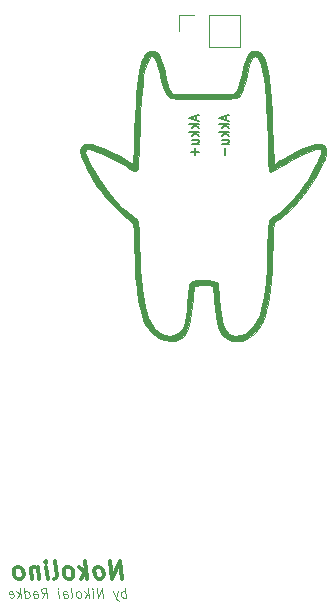
<source format=gbr>
G04 #@! TF.GenerationSoftware,KiCad,Pcbnew,5.1.5-52549c5~84~ubuntu18.04.1*
G04 #@! TF.CreationDate,2020-01-01T22:03:35+01:00*
G04 #@! TF.ProjectId,NOKOlino,4e4f4b4f-6c69-46e6-9f2e-6b696361645f,3.0*
G04 #@! TF.SameCoordinates,Original*
G04 #@! TF.FileFunction,Legend,Bot*
G04 #@! TF.FilePolarity,Positive*
%FSLAX46Y46*%
G04 Gerber Fmt 4.6, Leading zero omitted, Abs format (unit mm)*
G04 Created by KiCad (PCBNEW 5.1.5-52549c5~84~ubuntu18.04.1) date 2020-01-01 22:03:35*
%MOMM*%
%LPD*%
G04 APERTURE LIST*
%ADD10C,0.100000*%
%ADD11C,0.300000*%
%ADD12C,0.200000*%
%ADD13C,0.120000*%
%ADD14C,0.010000*%
G04 APERTURE END LIST*
D10*
X164411696Y-139426904D02*
X164311696Y-138626904D01*
X164349791Y-138931666D02*
X164268839Y-138893571D01*
X164116458Y-138893571D01*
X164045029Y-138931666D01*
X164011696Y-138969761D01*
X163983125Y-139045952D01*
X164011696Y-139274523D01*
X164059315Y-139350714D01*
X164102172Y-139388809D01*
X164183125Y-139426904D01*
X164335505Y-139426904D01*
X164406934Y-139388809D01*
X163697410Y-138893571D02*
X163573601Y-139426904D01*
X163316458Y-138893571D02*
X163573601Y-139426904D01*
X163673601Y-139617380D01*
X163716458Y-139655476D01*
X163797410Y-139693571D01*
X162468839Y-139426904D02*
X162368839Y-138626904D01*
X162011696Y-139426904D01*
X161911696Y-138626904D01*
X161630744Y-139426904D02*
X161564077Y-138893571D01*
X161530744Y-138626904D02*
X161573601Y-138665000D01*
X161540267Y-138703095D01*
X161497410Y-138665000D01*
X161530744Y-138626904D01*
X161540267Y-138703095D01*
X161249791Y-139426904D02*
X161149791Y-138626904D01*
X161135505Y-139122142D02*
X160945029Y-139426904D01*
X160878363Y-138893571D02*
X161221220Y-139198333D01*
X160487886Y-139426904D02*
X160559315Y-139388809D01*
X160592648Y-139350714D01*
X160621220Y-139274523D01*
X160592648Y-139045952D01*
X160545029Y-138969761D01*
X160502172Y-138931666D01*
X160421220Y-138893571D01*
X160306934Y-138893571D01*
X160235505Y-138931666D01*
X160202172Y-138969761D01*
X160173601Y-139045952D01*
X160202172Y-139274523D01*
X160249791Y-139350714D01*
X160292648Y-139388809D01*
X160373601Y-139426904D01*
X160487886Y-139426904D01*
X159764077Y-139426904D02*
X159835505Y-139388809D01*
X159864077Y-139312619D01*
X159778363Y-138626904D01*
X159116458Y-139426904D02*
X159064077Y-139007857D01*
X159092648Y-138931666D01*
X159164077Y-138893571D01*
X159316458Y-138893571D01*
X159397410Y-138931666D01*
X159111696Y-139388809D02*
X159192648Y-139426904D01*
X159383125Y-139426904D01*
X159454553Y-139388809D01*
X159483125Y-139312619D01*
X159473601Y-139236428D01*
X159425982Y-139160238D01*
X159345029Y-139122142D01*
X159154553Y-139122142D01*
X159073601Y-139084047D01*
X158735505Y-139426904D02*
X158668839Y-138893571D01*
X158635505Y-138626904D02*
X158678363Y-138665000D01*
X158645029Y-138703095D01*
X158602172Y-138665000D01*
X158635505Y-138626904D01*
X158645029Y-138703095D01*
X157287886Y-139426904D02*
X157506934Y-139045952D01*
X157745029Y-139426904D02*
X157645029Y-138626904D01*
X157340267Y-138626904D01*
X157268839Y-138665000D01*
X157235505Y-138703095D01*
X157206934Y-138779285D01*
X157221220Y-138893571D01*
X157268839Y-138969761D01*
X157311696Y-139007857D01*
X157392648Y-139045952D01*
X157697410Y-139045952D01*
X156602172Y-139426904D02*
X156549791Y-139007857D01*
X156578363Y-138931666D01*
X156649791Y-138893571D01*
X156802172Y-138893571D01*
X156883125Y-138931666D01*
X156597410Y-139388809D02*
X156678363Y-139426904D01*
X156868839Y-139426904D01*
X156940267Y-139388809D01*
X156968839Y-139312619D01*
X156959315Y-139236428D01*
X156911696Y-139160238D01*
X156830744Y-139122142D01*
X156640267Y-139122142D01*
X156559315Y-139084047D01*
X155878363Y-139426904D02*
X155778363Y-138626904D01*
X155873601Y-139388809D02*
X155954553Y-139426904D01*
X156106934Y-139426904D01*
X156178363Y-139388809D01*
X156211696Y-139350714D01*
X156240267Y-139274523D01*
X156211696Y-139045952D01*
X156164077Y-138969761D01*
X156121220Y-138931666D01*
X156040267Y-138893571D01*
X155887886Y-138893571D01*
X155816458Y-138931666D01*
X155497410Y-139426904D02*
X155397410Y-138626904D01*
X155383125Y-139122142D02*
X155192648Y-139426904D01*
X155125982Y-138893571D02*
X155468839Y-139198333D01*
X154540267Y-139388809D02*
X154621220Y-139426904D01*
X154773601Y-139426904D01*
X154845029Y-139388809D01*
X154873601Y-139312619D01*
X154835505Y-139007857D01*
X154787886Y-138931666D01*
X154706934Y-138893571D01*
X154554553Y-138893571D01*
X154483125Y-138931666D01*
X154454553Y-139007857D01*
X154464077Y-139084047D01*
X154854553Y-139160238D01*
D11*
X164056071Y-137838571D02*
X163868571Y-136338571D01*
X163198928Y-137838571D01*
X163011428Y-136338571D01*
X162270357Y-137838571D02*
X162404285Y-137767142D01*
X162466785Y-137695714D01*
X162520357Y-137552857D01*
X162466785Y-137124285D01*
X162377500Y-136981428D01*
X162297142Y-136910000D01*
X162145357Y-136838571D01*
X161931071Y-136838571D01*
X161797142Y-136910000D01*
X161734642Y-136981428D01*
X161681071Y-137124285D01*
X161734642Y-137552857D01*
X161823928Y-137695714D01*
X161904285Y-137767142D01*
X162056071Y-137838571D01*
X162270357Y-137838571D01*
X161127500Y-137838571D02*
X160940000Y-136338571D01*
X160913214Y-137267142D02*
X160556071Y-137838571D01*
X160431071Y-136838571D02*
X161073928Y-137410000D01*
X159698928Y-137838571D02*
X159832857Y-137767142D01*
X159895357Y-137695714D01*
X159948928Y-137552857D01*
X159895357Y-137124285D01*
X159806071Y-136981428D01*
X159725714Y-136910000D01*
X159573928Y-136838571D01*
X159359642Y-136838571D01*
X159225714Y-136910000D01*
X159163214Y-136981428D01*
X159109642Y-137124285D01*
X159163214Y-137552857D01*
X159252500Y-137695714D01*
X159332857Y-137767142D01*
X159484642Y-137838571D01*
X159698928Y-137838571D01*
X158341785Y-137838571D02*
X158475714Y-137767142D01*
X158529285Y-137624285D01*
X158368571Y-136338571D01*
X157770357Y-137838571D02*
X157645357Y-136838571D01*
X157582857Y-136338571D02*
X157663214Y-136410000D01*
X157600714Y-136481428D01*
X157520357Y-136410000D01*
X157582857Y-136338571D01*
X157600714Y-136481428D01*
X156931071Y-136838571D02*
X157056071Y-137838571D01*
X156948928Y-136981428D02*
X156868571Y-136910000D01*
X156716785Y-136838571D01*
X156502500Y-136838571D01*
X156368571Y-136910000D01*
X156315000Y-137052857D01*
X156413214Y-137838571D01*
X155484642Y-137838571D02*
X155618571Y-137767142D01*
X155681071Y-137695714D01*
X155734642Y-137552857D01*
X155681071Y-137124285D01*
X155591785Y-136981428D01*
X155511428Y-136910000D01*
X155359642Y-136838571D01*
X155145357Y-136838571D01*
X155011428Y-136910000D01*
X154948928Y-136981428D01*
X154895357Y-137124285D01*
X154948928Y-137552857D01*
X155038214Y-137695714D01*
X155118571Y-137767142D01*
X155270357Y-137838571D01*
X155484642Y-137838571D01*
D12*
X170313333Y-98634761D02*
X170313333Y-99015714D01*
X170541904Y-98558571D02*
X169741904Y-98825238D01*
X170541904Y-99091904D01*
X170541904Y-99358571D02*
X169741904Y-99358571D01*
X170237142Y-99434761D02*
X170541904Y-99663333D01*
X170008571Y-99663333D02*
X170313333Y-99358571D01*
X170541904Y-100006190D02*
X169741904Y-100006190D01*
X170237142Y-100082380D02*
X170541904Y-100310952D01*
X170008571Y-100310952D02*
X170313333Y-100006190D01*
X170008571Y-100996666D02*
X170541904Y-100996666D01*
X170008571Y-100653809D02*
X170427619Y-100653809D01*
X170503809Y-100691904D01*
X170541904Y-100768095D01*
X170541904Y-100882380D01*
X170503809Y-100958571D01*
X170465714Y-100996666D01*
X170237142Y-101377619D02*
X170237142Y-101987142D01*
X170541904Y-101682380D02*
X169932380Y-101682380D01*
X172853333Y-98634761D02*
X172853333Y-99015714D01*
X173081904Y-98558571D02*
X172281904Y-98825238D01*
X173081904Y-99091904D01*
X173081904Y-99358571D02*
X172281904Y-99358571D01*
X172777142Y-99434761D02*
X173081904Y-99663333D01*
X172548571Y-99663333D02*
X172853333Y-99358571D01*
X173081904Y-100006190D02*
X172281904Y-100006190D01*
X172777142Y-100082380D02*
X173081904Y-100310952D01*
X172548571Y-100310952D02*
X172853333Y-100006190D01*
X172548571Y-100996666D02*
X173081904Y-100996666D01*
X172548571Y-100653809D02*
X172967619Y-100653809D01*
X173043809Y-100691904D01*
X173081904Y-100768095D01*
X173081904Y-100882380D01*
X173043809Y-100958571D01*
X173005714Y-100996666D01*
X172777142Y-101377619D02*
X172777142Y-101987142D01*
D13*
X168850000Y-90110000D02*
X168850000Y-91440000D01*
X170180000Y-90110000D02*
X168850000Y-90110000D01*
X171450000Y-90110000D02*
X171450000Y-92770000D01*
X171450000Y-92770000D02*
X174050000Y-92770000D01*
X171450000Y-90110000D02*
X174050000Y-90110000D01*
X174050000Y-90110000D02*
X174050000Y-92770000D01*
D14*
G36*
X175039224Y-93188086D02*
G01*
X174808605Y-93361409D01*
X174613599Y-93666896D01*
X174444712Y-94118141D01*
X174335002Y-94536402D01*
X174189148Y-95155349D01*
X174070388Y-95630974D01*
X173971856Y-95985846D01*
X173886687Y-96242536D01*
X173808017Y-96423614D01*
X173728980Y-96551651D01*
X173717492Y-96566632D01*
X173554377Y-96773999D01*
X170942001Y-96774000D01*
X168329624Y-96774000D01*
X168167775Y-96568242D01*
X168079370Y-96398121D01*
X167974446Y-96109600D01*
X167869237Y-95750415D01*
X167815067Y-95531075D01*
X167657814Y-94868717D01*
X167522213Y-94352546D01*
X167401257Y-93961859D01*
X167287939Y-93675951D01*
X167175253Y-93474120D01*
X167079658Y-93358082D01*
X166792988Y-93163255D01*
X166497819Y-93135906D01*
X166204974Y-93275283D01*
X166042360Y-93430043D01*
X165901660Y-93618058D01*
X165776380Y-93850473D01*
X165665078Y-94138585D01*
X165566308Y-94493690D01*
X165478628Y-94927083D01*
X165400593Y-95450060D01*
X165330758Y-96073917D01*
X165267681Y-96809950D01*
X165209917Y-97669454D01*
X165156022Y-98663726D01*
X165104553Y-99804061D01*
X165054064Y-101101754D01*
X165051035Y-101184872D01*
X164993831Y-102759411D01*
X164560082Y-102466842D01*
X164075085Y-102164757D01*
X163535296Y-101870456D01*
X162973459Y-101597987D01*
X162422316Y-101361394D01*
X161914613Y-101174725D01*
X161483091Y-101052024D01*
X161160495Y-101007338D01*
X161157721Y-101007333D01*
X160834855Y-101062694D01*
X160630391Y-101234498D01*
X160536424Y-101531327D01*
X160528000Y-101690977D01*
X160572653Y-101931243D01*
X160697369Y-102284029D01*
X160888284Y-102720961D01*
X161131535Y-103213664D01*
X161413258Y-103733764D01*
X161719589Y-104252885D01*
X161972781Y-104648000D01*
X162253623Y-105033979D01*
X162609595Y-105471187D01*
X163012971Y-105930358D01*
X163436026Y-106382223D01*
X163851034Y-106797518D01*
X164230270Y-107146975D01*
X164546009Y-107401328D01*
X164642890Y-107466534D01*
X164850083Y-107610253D01*
X164962688Y-107752930D01*
X165020567Y-107960806D01*
X165044321Y-108133601D01*
X165066603Y-108403976D01*
X165085179Y-108788447D01*
X165097865Y-109231781D01*
X165102343Y-109601000D01*
X165128708Y-110943751D01*
X165196345Y-112183740D01*
X165303726Y-113309952D01*
X165449324Y-114311369D01*
X165631611Y-115176975D01*
X165849060Y-115895754D01*
X166036274Y-116335805D01*
X166244246Y-116641533D01*
X166556181Y-116970661D01*
X166921923Y-117276442D01*
X167291316Y-117512127D01*
X167307194Y-117520322D01*
X167704525Y-117656986D01*
X168152218Y-117708777D01*
X168582587Y-117673430D01*
X168884457Y-117573063D01*
X169192494Y-117341781D01*
X169473694Y-117003923D01*
X169674197Y-116627957D01*
X169762442Y-116324931D01*
X169849597Y-115887515D01*
X169930463Y-115350607D01*
X169999845Y-114749101D01*
X170052543Y-114117891D01*
X170056072Y-114064213D01*
X170089257Y-113626036D01*
X170125662Y-113330083D01*
X170170536Y-113149259D01*
X170229126Y-113056467D01*
X170254585Y-113039396D01*
X170388830Y-113012447D01*
X170632523Y-112995170D01*
X170935529Y-112987575D01*
X171247714Y-112989671D01*
X171518943Y-113001469D01*
X171699084Y-113022977D01*
X171741335Y-113039112D01*
X171760964Y-113132509D01*
X171789021Y-113362726D01*
X171822120Y-113697663D01*
X171856873Y-114105219D01*
X171865611Y-114217146D01*
X171930330Y-114969819D01*
X172000407Y-115577239D01*
X172081253Y-116063487D01*
X172178277Y-116452643D01*
X172296890Y-116768788D01*
X172442502Y-117036002D01*
X172526242Y-117157589D01*
X172859746Y-117474242D01*
X173287797Y-117668734D01*
X173778016Y-117730990D01*
X174197791Y-117677716D01*
X174748790Y-117460458D01*
X175242047Y-117094116D01*
X175664080Y-116593053D01*
X176001405Y-115971631D01*
X176136695Y-115612333D01*
X176287658Y-115106737D01*
X176413759Y-114579217D01*
X176517805Y-114006932D01*
X176602602Y-113367038D01*
X176670958Y-112636694D01*
X176725678Y-111793057D01*
X176769572Y-110813285D01*
X176786446Y-110324778D01*
X176809001Y-109680715D01*
X176833357Y-109092192D01*
X176858347Y-108580273D01*
X176882800Y-108166025D01*
X176905549Y-107870515D01*
X176925423Y-107714807D01*
X176932289Y-107696402D01*
X177023608Y-107626781D01*
X177217719Y-107480285D01*
X177481905Y-107281574D01*
X177661675Y-107146618D01*
X178364765Y-106540907D01*
X179063281Y-105788224D01*
X179740265Y-104910479D01*
X180378759Y-103929580D01*
X180939190Y-102912333D01*
X181207748Y-102314771D01*
X181351394Y-101830646D01*
X181358700Y-101684809D01*
X180932667Y-101684809D01*
X180888189Y-101891368D01*
X180764488Y-102210664D01*
X180576158Y-102614469D01*
X180337799Y-103074555D01*
X180064006Y-103562693D01*
X179769376Y-104050654D01*
X179481377Y-104491412D01*
X179121804Y-104977250D01*
X178696247Y-105487578D01*
X178236209Y-105989614D01*
X177773196Y-106450575D01*
X177338712Y-106837679D01*
X176964263Y-107118144D01*
X176945392Y-107130232D01*
X176471784Y-107430283D01*
X176416225Y-108338312D01*
X176390838Y-108849585D01*
X176371220Y-109427131D01*
X176360497Y-109971614D01*
X176359412Y-110143337D01*
X176325974Y-111521905D01*
X176230944Y-112798014D01*
X176076264Y-113955469D01*
X175863874Y-114978074D01*
X175717894Y-115493909D01*
X175443735Y-116124559D01*
X175060760Y-116638218D01*
X174579214Y-117021922D01*
X174456921Y-117089745D01*
X174064170Y-117227519D01*
X173660357Y-117261148D01*
X173299800Y-117190783D01*
X173110056Y-117085996D01*
X172913648Y-116896155D01*
X172752396Y-116652878D01*
X172620940Y-116336351D01*
X172513920Y-115926760D01*
X172425974Y-115404291D01*
X172351743Y-114749130D01*
X172295610Y-114075609D01*
X172260967Y-113648946D01*
X172225032Y-113276252D01*
X172191715Y-112993908D01*
X172164925Y-112838300D01*
X172161488Y-112827549D01*
X172021372Y-112689076D01*
X171733821Y-112591212D01*
X171316659Y-112537631D01*
X170787708Y-112532006D01*
X170736683Y-112533918D01*
X170344619Y-112557673D01*
X170065970Y-112608803D01*
X169879016Y-112713286D01*
X169762039Y-112897100D01*
X169693319Y-113186223D01*
X169651137Y-113606633D01*
X169634611Y-113852104D01*
X169585981Y-114462223D01*
X169520768Y-115054071D01*
X169443881Y-115596215D01*
X169360229Y-116057221D01*
X169274723Y-116405658D01*
X169208180Y-116582430D01*
X169058760Y-116797577D01*
X168853000Y-117014506D01*
X168821879Y-117041581D01*
X168483351Y-117224750D01*
X168095806Y-117268617D01*
X167684790Y-117185910D01*
X167275849Y-116989361D01*
X166894530Y-116691699D01*
X166566377Y-116305655D01*
X166316939Y-115843958D01*
X166292391Y-115781094D01*
X166135339Y-115325006D01*
X166001973Y-114850851D01*
X165889802Y-114338894D01*
X165796335Y-113769400D01*
X165719080Y-113122633D01*
X165655545Y-112378858D01*
X165603240Y-111518340D01*
X165559673Y-110521342D01*
X165534438Y-109777143D01*
X165512732Y-109094976D01*
X165493451Y-108562149D01*
X165474582Y-108158726D01*
X165454113Y-107864771D01*
X165430031Y-107660350D01*
X165400325Y-107525527D01*
X165362981Y-107440366D01*
X165315988Y-107384933D01*
X165290858Y-107364143D01*
X165141201Y-107251488D01*
X164901008Y-107073805D01*
X164616821Y-106865486D01*
X164554524Y-106820056D01*
X163965867Y-106324158D01*
X163360380Y-105689621D01*
X162758559Y-104942972D01*
X162180899Y-104110740D01*
X161647894Y-103219454D01*
X161379565Y-102710427D01*
X161159566Y-102254328D01*
X161023289Y-101922227D01*
X160966077Y-101693684D01*
X160983272Y-101548257D01*
X161070219Y-101465505D01*
X161093624Y-101455416D01*
X161275827Y-101453498D01*
X161576545Y-101527523D01*
X161969439Y-101665738D01*
X162428170Y-101856386D01*
X162926400Y-102087712D01*
X163437790Y-102347960D01*
X163936002Y-102625374D01*
X164394698Y-102908198D01*
X164489059Y-102970901D01*
X164852723Y-103204338D01*
X165105827Y-103328461D01*
X165269007Y-103341014D01*
X165362902Y-103239739D01*
X165408146Y-103022380D01*
X165418986Y-102869207D01*
X165427882Y-102674969D01*
X165442838Y-102334892D01*
X165462852Y-101872323D01*
X165486922Y-101310609D01*
X165514048Y-100673097D01*
X165543227Y-99983135D01*
X165566037Y-99441000D01*
X165617601Y-98325326D01*
X165672691Y-97365470D01*
X165732791Y-96547930D01*
X165799382Y-95859202D01*
X165873947Y-95285784D01*
X165957969Y-94814173D01*
X166052930Y-94430866D01*
X166146168Y-94157273D01*
X166313933Y-93802990D01*
X166474004Y-93613257D01*
X166632535Y-93583857D01*
X166795678Y-93710573D01*
X166796529Y-93711608D01*
X166891953Y-93848983D01*
X166976477Y-94027109D01*
X167059173Y-94274747D01*
X167149115Y-94620656D01*
X167255377Y-95093594D01*
X167302520Y-95315442D01*
X167464206Y-95971985D01*
X167642614Y-96490189D01*
X167833435Y-96859640D01*
X168026707Y-97066286D01*
X168104012Y-97103132D01*
X168223139Y-97132551D01*
X168401817Y-97155332D01*
X168657773Y-97172265D01*
X169008737Y-97184139D01*
X169472437Y-97191743D01*
X170066600Y-97195867D01*
X170808955Y-97197300D01*
X170969937Y-97197333D01*
X171726052Y-97196869D01*
X172331383Y-97194777D01*
X172804477Y-97190004D01*
X173163882Y-97181497D01*
X173428147Y-97168205D01*
X173615819Y-97149074D01*
X173745446Y-97123053D01*
X173835575Y-97089089D01*
X173904756Y-97046129D01*
X173926422Y-97029585D01*
X174078877Y-96871953D01*
X174214699Y-96641300D01*
X174342604Y-96314738D01*
X174471309Y-95869382D01*
X174609532Y-95282346D01*
X174632884Y-95174809D01*
X174730675Y-94755262D01*
X174834298Y-94368332D01*
X174930456Y-94060744D01*
X174997026Y-93895333D01*
X175159548Y-93667266D01*
X175324070Y-93600383D01*
X175486936Y-93686632D01*
X175644491Y-93917956D01*
X175793080Y-94286303D01*
X175929049Y-94783618D01*
X176048743Y-95401847D01*
X176148505Y-96132936D01*
X176188093Y-96520000D01*
X176219507Y-96919105D01*
X176253700Y-97453064D01*
X176289150Y-98087453D01*
X176324337Y-98787847D01*
X176357739Y-99519822D01*
X176387836Y-100248952D01*
X176413107Y-100940814D01*
X176432031Y-101560983D01*
X176443086Y-102075034D01*
X176445334Y-102342346D01*
X176451560Y-102787427D01*
X176473920Y-103088491D01*
X176517931Y-103270521D01*
X176589114Y-103358501D01*
X176674138Y-103377999D01*
X176795693Y-103333435D01*
X177019360Y-103213652D01*
X177307818Y-103039518D01*
X177490580Y-102921524D01*
X177994354Y-102607692D01*
X178533783Y-102304806D01*
X179079299Y-102026467D01*
X179601333Y-101786280D01*
X180070319Y-101597849D01*
X180456686Y-101474777D01*
X180730868Y-101430666D01*
X180731081Y-101430666D01*
X180875650Y-101460165D01*
X180928335Y-101582086D01*
X180932667Y-101684809D01*
X181358700Y-101684809D01*
X181370017Y-101458943D01*
X181263504Y-101198647D01*
X181031740Y-101048742D01*
X180727114Y-101007333D01*
X180389876Y-101053052D01*
X179943788Y-101181451D01*
X179419616Y-101379395D01*
X178848129Y-101633747D01*
X178260093Y-101931372D01*
X177686275Y-102259134D01*
X177452733Y-102405314D01*
X176893798Y-102765660D01*
X176835563Y-100849330D01*
X176787478Y-99468187D01*
X176731166Y-98248176D01*
X176665037Y-97181229D01*
X176587500Y-96259273D01*
X176496964Y-95474239D01*
X176391840Y-94818057D01*
X176270537Y-94282656D01*
X176131465Y-93859966D01*
X175973032Y-93541916D01*
X175793649Y-93320436D01*
X175591725Y-93187456D01*
X175365669Y-93134905D01*
X175314953Y-93133333D01*
X175039224Y-93188086D01*
G37*
X175039224Y-93188086D02*
X174808605Y-93361409D01*
X174613599Y-93666896D01*
X174444712Y-94118141D01*
X174335002Y-94536402D01*
X174189148Y-95155349D01*
X174070388Y-95630974D01*
X173971856Y-95985846D01*
X173886687Y-96242536D01*
X173808017Y-96423614D01*
X173728980Y-96551651D01*
X173717492Y-96566632D01*
X173554377Y-96773999D01*
X170942001Y-96774000D01*
X168329624Y-96774000D01*
X168167775Y-96568242D01*
X168079370Y-96398121D01*
X167974446Y-96109600D01*
X167869237Y-95750415D01*
X167815067Y-95531075D01*
X167657814Y-94868717D01*
X167522213Y-94352546D01*
X167401257Y-93961859D01*
X167287939Y-93675951D01*
X167175253Y-93474120D01*
X167079658Y-93358082D01*
X166792988Y-93163255D01*
X166497819Y-93135906D01*
X166204974Y-93275283D01*
X166042360Y-93430043D01*
X165901660Y-93618058D01*
X165776380Y-93850473D01*
X165665078Y-94138585D01*
X165566308Y-94493690D01*
X165478628Y-94927083D01*
X165400593Y-95450060D01*
X165330758Y-96073917D01*
X165267681Y-96809950D01*
X165209917Y-97669454D01*
X165156022Y-98663726D01*
X165104553Y-99804061D01*
X165054064Y-101101754D01*
X165051035Y-101184872D01*
X164993831Y-102759411D01*
X164560082Y-102466842D01*
X164075085Y-102164757D01*
X163535296Y-101870456D01*
X162973459Y-101597987D01*
X162422316Y-101361394D01*
X161914613Y-101174725D01*
X161483091Y-101052024D01*
X161160495Y-101007338D01*
X161157721Y-101007333D01*
X160834855Y-101062694D01*
X160630391Y-101234498D01*
X160536424Y-101531327D01*
X160528000Y-101690977D01*
X160572653Y-101931243D01*
X160697369Y-102284029D01*
X160888284Y-102720961D01*
X161131535Y-103213664D01*
X161413258Y-103733764D01*
X161719589Y-104252885D01*
X161972781Y-104648000D01*
X162253623Y-105033979D01*
X162609595Y-105471187D01*
X163012971Y-105930358D01*
X163436026Y-106382223D01*
X163851034Y-106797518D01*
X164230270Y-107146975D01*
X164546009Y-107401328D01*
X164642890Y-107466534D01*
X164850083Y-107610253D01*
X164962688Y-107752930D01*
X165020567Y-107960806D01*
X165044321Y-108133601D01*
X165066603Y-108403976D01*
X165085179Y-108788447D01*
X165097865Y-109231781D01*
X165102343Y-109601000D01*
X165128708Y-110943751D01*
X165196345Y-112183740D01*
X165303726Y-113309952D01*
X165449324Y-114311369D01*
X165631611Y-115176975D01*
X165849060Y-115895754D01*
X166036274Y-116335805D01*
X166244246Y-116641533D01*
X166556181Y-116970661D01*
X166921923Y-117276442D01*
X167291316Y-117512127D01*
X167307194Y-117520322D01*
X167704525Y-117656986D01*
X168152218Y-117708777D01*
X168582587Y-117673430D01*
X168884457Y-117573063D01*
X169192494Y-117341781D01*
X169473694Y-117003923D01*
X169674197Y-116627957D01*
X169762442Y-116324931D01*
X169849597Y-115887515D01*
X169930463Y-115350607D01*
X169999845Y-114749101D01*
X170052543Y-114117891D01*
X170056072Y-114064213D01*
X170089257Y-113626036D01*
X170125662Y-113330083D01*
X170170536Y-113149259D01*
X170229126Y-113056467D01*
X170254585Y-113039396D01*
X170388830Y-113012447D01*
X170632523Y-112995170D01*
X170935529Y-112987575D01*
X171247714Y-112989671D01*
X171518943Y-113001469D01*
X171699084Y-113022977D01*
X171741335Y-113039112D01*
X171760964Y-113132509D01*
X171789021Y-113362726D01*
X171822120Y-113697663D01*
X171856873Y-114105219D01*
X171865611Y-114217146D01*
X171930330Y-114969819D01*
X172000407Y-115577239D01*
X172081253Y-116063487D01*
X172178277Y-116452643D01*
X172296890Y-116768788D01*
X172442502Y-117036002D01*
X172526242Y-117157589D01*
X172859746Y-117474242D01*
X173287797Y-117668734D01*
X173778016Y-117730990D01*
X174197791Y-117677716D01*
X174748790Y-117460458D01*
X175242047Y-117094116D01*
X175664080Y-116593053D01*
X176001405Y-115971631D01*
X176136695Y-115612333D01*
X176287658Y-115106737D01*
X176413759Y-114579217D01*
X176517805Y-114006932D01*
X176602602Y-113367038D01*
X176670958Y-112636694D01*
X176725678Y-111793057D01*
X176769572Y-110813285D01*
X176786446Y-110324778D01*
X176809001Y-109680715D01*
X176833357Y-109092192D01*
X176858347Y-108580273D01*
X176882800Y-108166025D01*
X176905549Y-107870515D01*
X176925423Y-107714807D01*
X176932289Y-107696402D01*
X177023608Y-107626781D01*
X177217719Y-107480285D01*
X177481905Y-107281574D01*
X177661675Y-107146618D01*
X178364765Y-106540907D01*
X179063281Y-105788224D01*
X179740265Y-104910479D01*
X180378759Y-103929580D01*
X180939190Y-102912333D01*
X181207748Y-102314771D01*
X181351394Y-101830646D01*
X181358700Y-101684809D01*
X180932667Y-101684809D01*
X180888189Y-101891368D01*
X180764488Y-102210664D01*
X180576158Y-102614469D01*
X180337799Y-103074555D01*
X180064006Y-103562693D01*
X179769376Y-104050654D01*
X179481377Y-104491412D01*
X179121804Y-104977250D01*
X178696247Y-105487578D01*
X178236209Y-105989614D01*
X177773196Y-106450575D01*
X177338712Y-106837679D01*
X176964263Y-107118144D01*
X176945392Y-107130232D01*
X176471784Y-107430283D01*
X176416225Y-108338312D01*
X176390838Y-108849585D01*
X176371220Y-109427131D01*
X176360497Y-109971614D01*
X176359412Y-110143337D01*
X176325974Y-111521905D01*
X176230944Y-112798014D01*
X176076264Y-113955469D01*
X175863874Y-114978074D01*
X175717894Y-115493909D01*
X175443735Y-116124559D01*
X175060760Y-116638218D01*
X174579214Y-117021922D01*
X174456921Y-117089745D01*
X174064170Y-117227519D01*
X173660357Y-117261148D01*
X173299800Y-117190783D01*
X173110056Y-117085996D01*
X172913648Y-116896155D01*
X172752396Y-116652878D01*
X172620940Y-116336351D01*
X172513920Y-115926760D01*
X172425974Y-115404291D01*
X172351743Y-114749130D01*
X172295610Y-114075609D01*
X172260967Y-113648946D01*
X172225032Y-113276252D01*
X172191715Y-112993908D01*
X172164925Y-112838300D01*
X172161488Y-112827549D01*
X172021372Y-112689076D01*
X171733821Y-112591212D01*
X171316659Y-112537631D01*
X170787708Y-112532006D01*
X170736683Y-112533918D01*
X170344619Y-112557673D01*
X170065970Y-112608803D01*
X169879016Y-112713286D01*
X169762039Y-112897100D01*
X169693319Y-113186223D01*
X169651137Y-113606633D01*
X169634611Y-113852104D01*
X169585981Y-114462223D01*
X169520768Y-115054071D01*
X169443881Y-115596215D01*
X169360229Y-116057221D01*
X169274723Y-116405658D01*
X169208180Y-116582430D01*
X169058760Y-116797577D01*
X168853000Y-117014506D01*
X168821879Y-117041581D01*
X168483351Y-117224750D01*
X168095806Y-117268617D01*
X167684790Y-117185910D01*
X167275849Y-116989361D01*
X166894530Y-116691699D01*
X166566377Y-116305655D01*
X166316939Y-115843958D01*
X166292391Y-115781094D01*
X166135339Y-115325006D01*
X166001973Y-114850851D01*
X165889802Y-114338894D01*
X165796335Y-113769400D01*
X165719080Y-113122633D01*
X165655545Y-112378858D01*
X165603240Y-111518340D01*
X165559673Y-110521342D01*
X165534438Y-109777143D01*
X165512732Y-109094976D01*
X165493451Y-108562149D01*
X165474582Y-108158726D01*
X165454113Y-107864771D01*
X165430031Y-107660350D01*
X165400325Y-107525527D01*
X165362981Y-107440366D01*
X165315988Y-107384933D01*
X165290858Y-107364143D01*
X165141201Y-107251488D01*
X164901008Y-107073805D01*
X164616821Y-106865486D01*
X164554524Y-106820056D01*
X163965867Y-106324158D01*
X163360380Y-105689621D01*
X162758559Y-104942972D01*
X162180899Y-104110740D01*
X161647894Y-103219454D01*
X161379565Y-102710427D01*
X161159566Y-102254328D01*
X161023289Y-101922227D01*
X160966077Y-101693684D01*
X160983272Y-101548257D01*
X161070219Y-101465505D01*
X161093624Y-101455416D01*
X161275827Y-101453498D01*
X161576545Y-101527523D01*
X161969439Y-101665738D01*
X162428170Y-101856386D01*
X162926400Y-102087712D01*
X163437790Y-102347960D01*
X163936002Y-102625374D01*
X164394698Y-102908198D01*
X164489059Y-102970901D01*
X164852723Y-103204338D01*
X165105827Y-103328461D01*
X165269007Y-103341014D01*
X165362902Y-103239739D01*
X165408146Y-103022380D01*
X165418986Y-102869207D01*
X165427882Y-102674969D01*
X165442838Y-102334892D01*
X165462852Y-101872323D01*
X165486922Y-101310609D01*
X165514048Y-100673097D01*
X165543227Y-99983135D01*
X165566037Y-99441000D01*
X165617601Y-98325326D01*
X165672691Y-97365470D01*
X165732791Y-96547930D01*
X165799382Y-95859202D01*
X165873947Y-95285784D01*
X165957969Y-94814173D01*
X166052930Y-94430866D01*
X166146168Y-94157273D01*
X166313933Y-93802990D01*
X166474004Y-93613257D01*
X166632535Y-93583857D01*
X166795678Y-93710573D01*
X166796529Y-93711608D01*
X166891953Y-93848983D01*
X166976477Y-94027109D01*
X167059173Y-94274747D01*
X167149115Y-94620656D01*
X167255377Y-95093594D01*
X167302520Y-95315442D01*
X167464206Y-95971985D01*
X167642614Y-96490189D01*
X167833435Y-96859640D01*
X168026707Y-97066286D01*
X168104012Y-97103132D01*
X168223139Y-97132551D01*
X168401817Y-97155332D01*
X168657773Y-97172265D01*
X169008737Y-97184139D01*
X169472437Y-97191743D01*
X170066600Y-97195867D01*
X170808955Y-97197300D01*
X170969937Y-97197333D01*
X171726052Y-97196869D01*
X172331383Y-97194777D01*
X172804477Y-97190004D01*
X173163882Y-97181497D01*
X173428147Y-97168205D01*
X173615819Y-97149074D01*
X173745446Y-97123053D01*
X173835575Y-97089089D01*
X173904756Y-97046129D01*
X173926422Y-97029585D01*
X174078877Y-96871953D01*
X174214699Y-96641300D01*
X174342604Y-96314738D01*
X174471309Y-95869382D01*
X174609532Y-95282346D01*
X174632884Y-95174809D01*
X174730675Y-94755262D01*
X174834298Y-94368332D01*
X174930456Y-94060744D01*
X174997026Y-93895333D01*
X175159548Y-93667266D01*
X175324070Y-93600383D01*
X175486936Y-93686632D01*
X175644491Y-93917956D01*
X175793080Y-94286303D01*
X175929049Y-94783618D01*
X176048743Y-95401847D01*
X176148505Y-96132936D01*
X176188093Y-96520000D01*
X176219507Y-96919105D01*
X176253700Y-97453064D01*
X176289150Y-98087453D01*
X176324337Y-98787847D01*
X176357739Y-99519822D01*
X176387836Y-100248952D01*
X176413107Y-100940814D01*
X176432031Y-101560983D01*
X176443086Y-102075034D01*
X176445334Y-102342346D01*
X176451560Y-102787427D01*
X176473920Y-103088491D01*
X176517931Y-103270521D01*
X176589114Y-103358501D01*
X176674138Y-103377999D01*
X176795693Y-103333435D01*
X177019360Y-103213652D01*
X177307818Y-103039518D01*
X177490580Y-102921524D01*
X177994354Y-102607692D01*
X178533783Y-102304806D01*
X179079299Y-102026467D01*
X179601333Y-101786280D01*
X180070319Y-101597849D01*
X180456686Y-101474777D01*
X180730868Y-101430666D01*
X180731081Y-101430666D01*
X180875650Y-101460165D01*
X180928335Y-101582086D01*
X180932667Y-101684809D01*
X181358700Y-101684809D01*
X181370017Y-101458943D01*
X181263504Y-101198647D01*
X181031740Y-101048742D01*
X180727114Y-101007333D01*
X180389876Y-101053052D01*
X179943788Y-101181451D01*
X179419616Y-101379395D01*
X178848129Y-101633747D01*
X178260093Y-101931372D01*
X177686275Y-102259134D01*
X177452733Y-102405314D01*
X176893798Y-102765660D01*
X176835563Y-100849330D01*
X176787478Y-99468187D01*
X176731166Y-98248176D01*
X176665037Y-97181229D01*
X176587500Y-96259273D01*
X176496964Y-95474239D01*
X176391840Y-94818057D01*
X176270537Y-94282656D01*
X176131465Y-93859966D01*
X175973032Y-93541916D01*
X175793649Y-93320436D01*
X175591725Y-93187456D01*
X175365669Y-93134905D01*
X175314953Y-93133333D01*
X175039224Y-93188086D01*
M02*

</source>
